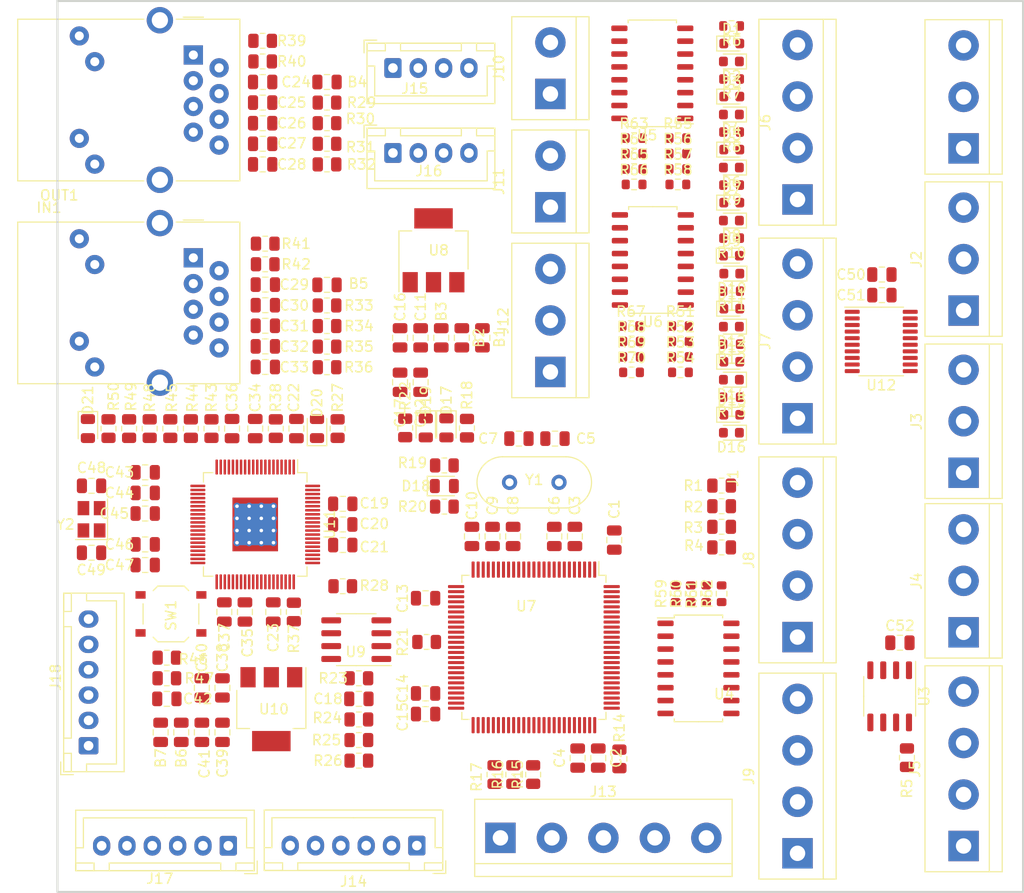
<source format=kicad_pcb>
(kicad_pcb (version 20221018) (generator pcbnew)
  (layers (0 "F.Cu" signal) (31 "B.Cu" signal) (34 "B.Paste" user) (35 "F.Paste" user) (36 "B.SilkS" user "B.Silkscreen") (37 "F.SilkS" user "F.Silkscreen") (38 "B.Mask" user) (39 "F.Mask" user) (44 "Edge.Cuts" user))
  (net 0 "")
  (net 1 "+1V2")
  (net 2 "+3.3V")
  (net 3 "+3.3VA")
  (net 4 "DAC1")
  (net 5 "Net-(D1-K)")
  (net 6 "GND")
  (net 7 "XSCI")
  (net 8 "SPI_SCK")
  (net 9 "SPI_CS")
  (net 10 "SPI_MISO")
  (net 11 "SPI_MOSI")
  (net 12 "I2C_SDA")
  (net 13 "I2C_SCL")
  (net 14 "Net-(U7-VCAP_2)")
  (net 15 "+5V")
  (net 16 "Net-(IN1-Pad9)")
  (net 17 "Net-(OUT1-Pad9)")
  (net 18 "P0_TXOP")
  (net 19 "SWCLK")
  (net 20 "SWDIO")
  (net 21 "RX")
  (net 22 "TX")
  (net 23 "/STM32F4/BOOT1")
  (net 24 "Net-(D17-A)")
  (net 25 "Net-(U7-PH0)")
  (net 26 "Net-(U7-PH1)")
  (net 27 "Net-(U7-VCAP_1)")
  (net 28 "Net-(D1-A)")
  (net 29 "Net-(IN1-RCT)")
  (net 30 "Net-(OUT1-RCT)")
  (net 37 "Net-(D3-K)")
  (net 38 "Net-(D3-A)")
  (net 39 "SYNC0")
  (net 40 "SYNC1")
  (net 41 "P1_TXOP")
  (net 42 "STEP1_DIR")
  (net 43 "STEP1_STEP")
  (net 44 "STEP2_DIR")
  (net 45 "STEP2_STEP")
  (net 46 "IO1")
  (net 47 "IO2")
  (net 48 "IO3")
  (net 49 "IO4")
  (net 50 "IO5")
  (net 51 "IO6")
  (net 52 "IO7")
  (net 53 "IO8")
  (net 54 "IO9")
  (net 55 "IO10")
  (net 56 "IO11")
  (net 57 "IO12")
  (net 58 "P0_TXON")
  (net 59 "P1_TXON")
  (net 60 "P0_RXIP")
  (net 61 "P1_RXIP")
  (net 62 "P0_RXIN")
  (net 63 "P1_RXIN")
  (net 64 "RESET_MCU")
  (net 65 "EEP_DONE")
  (net 66 "Net-(D5-K)")
  (net 67 "Net-(D5-A)")
  (net 68 "Net-(D7-K)")
  (net 69 "Net-(D7-A)")
  (net 70 "Net-(D15-K)")
  (net 71 "Net-(D15-A)")
  (net 72 "Net-(D18-A)")
  (net 73 "Net-(D19-A)")
  (net 74 "XSCO")
  (net 75 "Net-(D20-A)")
  (net 76 "RSTO")
  (net 77 "P0_ACT")
  (net 78 "P1_ACT")
  (net 79 "PDI_EMU")
  (net 80 "LED_RUN")
  (net 81 "LED_ERR")
  (net 82 "SINT")
  (net 83 "Net-(D21-K)")
  (net 84 "Net-(J5-Pin_2)")
  (net 85 "Net-(J5-Pin_3)")
  (net 86 "Net-(J8-Pin_1)")
  (net 87 "Net-(J8-Pin_2)")
  (net 88 "Net-(J8-Pin_3)")
  (net 89 "Net-(J8-Pin_4)")
  (net 90 "Net-(J9-Pin_1)")
  (net 91 "Net-(J9-Pin_2)")
  (net 92 "Net-(J9-Pin_3)")
  (net 93 "Net-(J9-Pin_4)")
  (net 94 "Net-(R6-Pad2)")
  (net 95 "Net-(R7-Pad2)")
  (net 96 "Net-(R8-Pad2)")
  (net 97 "Net-(R9-Pad2)")
  (net 98 "Net-(R10-Pad2)")
  (net 99 "Net-(R11-Pad2)")
  (net 100 "Net-(R12-Pad2)")
  (net 101 "Net-(R13-Pad2)")
  (net 102 "Net-(U7-BOOT0)")
  (net 103 "A1V2")
  (net 104 "Net-(U11-I2C_SCL)")
  (net 105 "Net-(U9-WP)")
  (net 106 "Net-(U11-TEST)")
  (net 107 "Net-(U11-SPI_MISO)")
  (net 108 "Net-(U11-P1_SD)")
  (net 109 "Net-(U11-RESET_BG)")
  (net 110 "Net-(U11-P0_SD)")
  (net 111 "SCS_FUNC")
  (net 112 "RST_MCU")
  (net 128 "Net-(D10-K)")
  (net 146 "Net-(D10-A)")
  (net 147 "Net-(D11-K)")
  (net 148 "Net-(D11-A)")
  (net 151 "Net-(D13-K)")
  (net 152 "Net-(D13-A)")
  (net 161 "ENC_A")
  (net 162 "ENC_B")
  (net 163 "ENC_Z")
  (net 164 "STEP1_DIR_OUT")
  (net 165 "STEP1_STEP_OUT")
  (net 166 "STEP2_DIR_OUT")
  (net 167 "STEP2_STEP_OUT")
  (net 168 "-24V_FIELD")
  (net 169 "+24V_FIELD")
  (net 170 "STEP3_DIR_OUT")
  (net 171 "STEP3_STEP_OUT")
  (net 172 "STEP4_DIR_OUT")
  (net 173 "STEP4_STEP_OUT")
  (net 176 "STEP3_STEP")
  (net 193 "STEP3_DIR")
  (net 194 "THCAD_CTR")
  (net 207 "STEP4_DIR")
  (net 208 "STEP4_STEP")
  (net 212 "Net-(R51-Pad1)")
  (net 213 "Net-(R52-Pad1)")
  (net 214 "Net-(R53-Pad1)")
  (net 215 "Net-(R54-Pad1)")
  (net 216 "Net-(R55-Pad1)")
  (net 217 "Net-(R56-Pad1)")
  (net 218 "Net-(R57-Pad1)")
  (net 219 "Net-(R58-Pad1)")
  (net 220 "Net-(R59-Pad1)")
  (net 221 "Net-(R60-Pad1)")
  (net 222 "Net-(R61-Pad1)")
  (net 223 "Net-(R62-Pad1)")
  (footprint "TerminalBlock:TerminalBlock_bornier-3_P5.08mm" (layer "F.Cu") (at 175.514 63.5 90)
    (fp_text reference "J1")
    (fp_text value "Step1")
  )
  (footprint "Resistor_SMD:R_0603_1608Metric" (layer "F.Cu") (at 152.6225 77.5852 180)
    (fp_text reference "R11")
    (fp_text value "1k")
  )
  (footprint "HakansLibrary:LQFP-80-1EP_10x10mm_P0.4mm_EP5.3x4.5mm_ThermalVias" (layer "F.Cu") (at 105.618 100.605 -90)
    (fp_text reference "U11")
    (fp_text value "AX58100")
  )
  (footprint "Capacitor_SMD:C_0805_2012Metric" (layer "F.Cu") (at 128.036 82.19 -90)
    (fp_text reference "B1")
    (fp_text value "BLM18EG221SN1D")
  )
  (footprint "Resistor_SMD:R_0805_2012Metric" (layer "F.Cu") (at 151.638 102.87 180)
    (fp_text reference "R4")
    (fp_text value "4.7k")
  )
  (footprint "Resistor_SMD:R_0603_1608Metric" (layer "F.Cu") (at 152.6225 67.1195 180)
    (fp_text reference "R9")
    (fp_text value "1k")
  )
  (footprint "Package_QFP:LQFP-100_14x14mm_P0.5mm" (layer "F.Cu") (at 133.116 112.736 -90)
    (fp_text reference "U7")
    (fp_text value "STM32F407VGT6")
  )
  (footprint "Package_SO:SOIC-8_3.9x4.9mm_P1.27mm" (layer "F.Cu") (at 115.59 111.974 180)
    (fp_text reference "U9")
    (fp_text value "24LC32A")
  )
  (footprint "Resistor_SMD:R_0603_1608Metric" (layer "F.Cu") (at 152.6225 82.8181 180)
    (fp_text reference "R12")
    (fp_text value "1k")
  )
  (footprint "Resistor_SMD:R_0805_2012Metric" (layer "F.Cu") (at 107.65 91.146 -90)
    (fp_text reference "R38")
    (fp_text value "22")
  )
  (footprint "Capacitor_SMD:C_0805_2012Metric" (layer "F.Cu") (at 106.6138 81.0036)
    (fp_text reference "C31")
    (fp_text value "10pF")
  )
  (footprint "Connector_JST:JST_XH_B6B-XH-A_1x06_P2.50mm_Vertical" (layer "F.Cu") (at 89.174 122.442 90)
    (fp_text reference "J18")
    (fp_text value "Out_opt")
  )
  (footprint "Connector_JST:JST_XH_B6B-XH-A_1x06_P2.50mm_Vertical" (layer "F.Cu") (at 102.964 132.311 180)
    (fp_text reference "J17")
    (fp_text value "In_opt1")
  )
  (footprint "Resistor_SMD:R_0805_2012Metric" (layer "F.Cu") (at 133.0395 125.2855 -90)
    (fp_text reference "R15")
    (fp_text value "1k")
  )
  (footprint "Resistor_SMD:R_0603_1608Metric" (layer "F.Cu") (at 152.6225 88.051 180)
    (fp_text reference "R13")
    (fp_text value "1k")
  )
  (footprint "Resistor_SMD:R_0805_2012Metric" (layer "F.Cu") (at 122.5315 112.202)
    (fp_text reference "R21")
    (fp_text value "22")
  )
  (footprint "Capacitor_SMD:C_0805_2012Metric" (layer "F.Cu") (at 137.16 101.788 90)
    (fp_text reference "C3")
    (fp_text value "0.1uF")
  )
  (footprint "Crystal:Crystal_HC49-U_Vertical" (layer "F.Cu") (at 130.712 96.454)
    (fp_text reference "Y1")
    (fp_text value "8 MHz")
  )
  (footprint "Resistor_SMD:R_0805_2012Metric" (layer "F.Cu") (at 115.844 123.912 180)
    (fp_text reference "R26")
    (fp_text value "4.7k")
  )
  (footprint "LED_SMD:LED_0805_2012Metric" (layer "F.Cu") (at 89.108 91.146 -90)
    (fp_text reference "D21")
    (fp_text value "Green led")
  )
  (footprint "Capacitor_SMD:C_0805_2012Metric" (layer "F.Cu") (at 106.6138 83.0356)
    (fp_text reference "C32")
    (fp_text value "10pF")
  )
  (footprint "Capacitor_SMD:C_0805_2012Metric" (layer "F.Cu") (at 139.466 123.658 -90)
    (fp_text reference "C2")
    (fp_text value "0.1uF")
  )
  (footprint "Resistor_SMD:R_0805_2012Metric" (layer "F.Cu") (at 106.35 54.9178)
    (fp_text reference "R40")
    (fp_text value "510")
  )
  (footprint "TerminalBlock:TerminalBlock_bornier-3_P5.08mm" (layer "F.Cu") (at 134.744 85.558 90)
    (fp_text reference "J12")
    (fp_text value "DAC")
  )
  (footprint "Resistor_SMD:R_0805_2012Metric" (layer "F.Cu") (at 99.268 91.146 90)
    (fp_text reference "R44")
    (fp_text value "4.7k")
  )
  (footprint "Capacitor_SMD:C_0805_2012Metric" (layer "F.Cu") (at 141.045 102.148 90)
    (fp_text reference "C1")
    (fp_text value "0.1uF")
  )
  (footprint "LED_SMD:LED_0603_1608Metric" (layer "F.Cu") (at 152.6025 91.5529 180)
    (fp_text reference "D16")
    (fp_text value "Red led")
  )
  (footprint "Resistor_SMD:R_0603_1608Metric" (layer "F.Cu") (at 147.32 67.056)
    (fp_text reference "R58")
    (fp_text value "1k")
  )
  (footprint "Capacitor_SMD:C_0805_2012Metric" (layer "F.Cu") (at 106.35 61.0138)
    (fp_text reference "C26")
    (fp_text value "10pF")
  )
  (footprint "Capacitor_SMD:C_0805_2012Metric" (layer "F.Cu") (at 121.94 86.574 90)
    (fp_text reference "C12")
    (fp_text value "10uF")
  )
  (footprint "LED_SMD:LED_0603_1608Metric" (layer "F.Cu") (at 152.6425 89.7819)
    (fp_text reference "D15")
    (fp_text value "Yellow led")
  )
  (footprint "Resistor_SMD:R_0603_1608Metric" (layer "F.Cu") (at 147.32 65.532)
    (fp_text reference "R57")
    (fp_text value "1k")
  )
  (footprint "Resistor_SMD:R_0805_2012Metric" (layer "F.Cu") (at 93.172 91.146 -90)
    (fp_text reference "R49")
    (fp_text value "510")
  )
  (footprint "Capacitor_SMD:C_0805_2012Metric" (layer "F.Cu") (at 122.428 119.314 180)
    (fp_text reference "C15")
    (fp_text value "0.1uF")
  )
  (footprint "LED_SMD:LED_0603_1608Metric" (layer "F.Cu") (at 152.6425 84.549)
    (fp_text reference "D13")
    (fp_text value "Yellow led")
  )
  (footprint "Resistor_SMD:R_0603_1608Metric" (layer "F.Cu") (at 142.685 81.026)
    (fp_text reference "R67")
    (fp_text value "39k")
  )
  (footprint "Capacitor_SMD:C_0805_2012Metric" (layer "F.Cu") (at 122.428 107.884 180)
    (fp_text reference "C13")
    (fp_text value "0.1uF")
  )
  (footprint "Resistor_SMD:R_0603_1608Metric" (layer "F.Cu") (at 152.6225 61.8866 180)
    (fp_text reference "R8")
    (fp_text value "1k")
  )
  (footprint "Capacitor_SMD:C_0805_2012Metric" (layer "F.Cu") (at 106.35 63.0458)
    (fp_text reference "C27")
    (fp_text value "10pF")
  )
  (footprint "LED_SMD:LED_0603_1608Metric" (layer "F.Cu") (at 152.6425 75.8543 180)
    (fp_text reference "D10")
    (fp_text value "Red led")
  )
  (footprint "Capacitor_SMD:C_0805_2012Metric" (layer "F.Cu") (at 107.396 109.241 -90)
    (fp_text reference "C23")
    (fp_text value "0.1uF")
  )
  (footprint "Capacitor_SMD:C_0805_2012Metric" (layer "F.Cu") (at 122.428 117.282)
    (fp_text reference "C14")
    (fp_text value "2.2uF")
  )
  (footprint "LED_SMD:LED_0805_2012Metric" (layer "F.Cu") (at 124.48 91.08 -90)
    (fp_text reference "D17")
    (fp_text value "Blue led")
  )
  (footprint "LED_SMD:LED_0603_1608Metric" (layer "F.Cu") (at 152.6425 68.8504)
    (fp_text reference "D7")
    (fp_text value "Yellow led")
  )
  (footprint "LED_SMD:LED_0603_1608Metric" (layer "F.Cu") (at 152.6425 63.6176)
    (fp_text reference "D5")
    (fp_text value "Yellow led")
  )
  (footprint "Resistor_SMD:R_0805_2012Metric" (layer "F.Cu") (at 106.604 72.901)
    (fp_text reference "R41")
    (fp_text value "510")
  )
  (footprint "Capacitor_SMD:C_0805_2012Metric" (layer "F.Cu") (at 129.032 101.788 90)
    (fp_text reference "C9")
    (fp_text value "0.1uF")
  )
  (footprint "LED_SMD:LED_0603_1608Metric" (layer "F.Cu") (at 152.6025 86.32 180)
    (fp_text reference "D14")
    (fp_text value "Red led")
  )
  (footprint "Resistor_SMD:R_0805_2012Metric" (layer "F.Cu") (at 112.7 61.0138)
    (fp_text reference "R30")
    (fp_text value "49.9")
  )
  (footprint "Resistor_SMD:R_0805_2012Metric" (layer "F.Cu") (at 114.254 106.701 180)
    (fp_text reference "R28")
    (fp_text value "4.7k")
  )
  (footprint "Resistor_SMD:R_0603_1608Metric" (layer "F.Cu") (at 147.32 64.008)
    (fp_text reference "R56")
    (fp_text value "1k")
  )
  (footprint "Capacitor_SMD:C_0805_2012Metric" (layer "F.Cu") (at 106.6138 76.9396 180)
    (fp_text reference "C29")
    (fp_text value "0.1uF")
  )
  (footprint "Resistor_SMD:R_0603_1608Metric" (layer "F.Cu") (at 152.6225 51.4209 180)
    (fp_text reference "R6")
    (fp_text value "1k")
  )
  (footprint "Capacitor_SMD:C_0805_2012Metric" (layer "F.Cu") (at 89.466 96.795)
    (fp_text reference "C48")
    (fp_text value "18pF")
  )
  (footprint "Crystal:Crystal_SMD_SeikoEpson_TSX3225-4Pin_3.2x2.5mm" (layer "F.Cu") (at 89.466 100.097 90)
    (fp_text reference "Y2")
    (fp_text value "NXK25.000AE12F-KAB6-12")
  )
  (footprint "Resistor_SMD:R_0805_2012Metric" (layer "F.Cu") (at 96.8975 115.784)
    (fp_text reference "R47")
    (fp_text value "4.7k")
  )
  (footprint "Resistor_SMD:R_0603_1608Metric" (layer "F.Cu") (at 152.6225 56.6537 180)
    (fp_text reference "R7")
    (fp_text value "1k")
  )
  (footprint "Resistor_SMD:R_0805_2012Metric" (layer "F.Cu") (at 141.553 123.738 -90)
    (fp_text reference "R14")
    (fp_text value "510")
  )
  (footprint "TerminalBlock:TerminalBlock_bornier-3_P5.08mm" (layer "F.Cu") (at 175.514 95.504 90)
    (fp_text reference "J3")
    (fp_text value "Step3")
  )
  (footprint "Package_SO:SO-8_3.9x4.9mm_P1.27mm" (layer "F.Cu") (at 168.22 117.567 -90)
    (fp_text reference "U3")
    (fp_text value "MAX3485CSA/ESA")
  )
  (footprint "Resistor_SMD:R_0805_2012Metric" (layer "F.Cu") (at 126.512 91.105 90)
    (fp_text reference "R18")
    (fp_text value "1k")
  )
  (footprint "Connector_JST:JST_XH_B6B-XH-A_1x06_P2.50mm_Vertical" (layer "F.Cu") (at 121.566 132.294 180)
    (fp_text reference "J14")
    (fp_text value "In_opt2")
  )
  (footprint "Capacitor_SMD:C_0805_2012Metric" (layer "F.Cu") (at 137.434 123.658 90)
    (fp_text reference "C4")
    (fp_text value "2.2uF")
  )
  (footprint "TerminalBlock:TerminalBlock_bornier-4_P5.08mm" (layer "F.Cu") (at 159.128 133.056 90)
    (fp_text reference "J9")
    (fp_text value "Output3-4")
  )
  (footprint "Capacitor_SMD:C_0805_2012Metric" (layer "F.Cu") (at 103.332 91.146 90)
    (fp_text reference "C36")
    (fp_text value "0.1uF")
  )
  (footprint "Capacitor_SMD:C_0805_2012Metric" (layer "F.Cu") (at 106.6138 85.0676)
    (fp_text reference "C33")
    (fp_text value "10pF")
  )
  (footprint "Capacitor_SMD:C_0805_2012Metric" (layer "F.Cu") (at 109.682 91.146 90)
    (fp_text reference "C22")
    (fp_text value "0.1uF")
  )
  (footprint "Resistor_SMD:R_0805_2012Metric" (layer "F.Cu") (at 95.204 91.146 90)
    (fp_text reference "R48")
    (fp_text value "4.7k")
  )
  (footprint "TerminalBlock:TerminalBlock_bornier-2_P5.08mm" (layer "F.Cu") (at 134.744 58.126 90)
    (fp_text reference "J10")
    (fp_text value "5V Power IN")
  )
  (footprint "Capacitor_SMD:C_0805_2012Metric" (layer "F.Cu") (at 131.064 101.788 90)
    (fp_text reference "C8")
    (fp_text value "0.1uF")
  )
  (footprint "LED_SMD:LED_0603_1608Metric" (layer "F.Cu") (at 152.6025 60.1557 180)
    (fp_text reference "D4")
    (fp_text value "Red led")
  )
  (footprint "HakansLibrary:PulseJack JB0011D01BNL" (layer "F.Cu") (at 99.512 74.298 90)
    (fp_text reference "IN1")
    (fp_text value "J0011D01BNL")
  )
  (footprint "Connector_JST:JST_XH_B4B-XH-A_1x04_P2.50mm_Vertical" (layer "F.Cu") (at 119.206 55.569)
    (fp_text reference "J15")
    (fp_text value "STLINK")
  )
  (footprint "Capacitor_SMD:C_0805_2012Metric" (layer "F.Cu") (at 104.602 109.241 -90)
    (fp_text reference "C35")
    (fp_text value "0.1uF")
  )
  (footprint "Capacitor_SMD:C_0805_2012Metric" (layer "F.Cu") (at 131.638 92.136 180)
    (fp_text reference "C7")
    (fp_text value "22pF")
  )
  (footprint "Capacitor_SMD:C_0805_2012Metric" (layer "F.Cu") (at 98.318 121.118 90)
    (fp_text reference "B6")
    (fp_text value "BLM18EG221SN1D")
  )
  (footprint "Capacitor_SMD:C_0805_2012Metric" (layer "F.Cu") (at 112.7 56.9498 180)
    (fp_text reference "B4")
    (fp_text value "BLM18EG221S")
  )
  (footprint "Resistor_SMD:R_0805_2012Metric" (layer "F.Cu") (at 115.844 119.848 180)
    (fp_text reference "R24")
    (fp_text value "4.7k")
  )
  (footprint "Capacitor_SMD:C_0805_2012Metric" (layer "F.Cu") (at 135.194 92.136)
    (fp_text reference "C5")
    (fp_text value "22pF")
  )
  (footprint "Resistor_SMD:R_0805_2012Metric" (layer "F.Cu") (at 109.428 109.241 -90)
    (fp_text reference "R37")
    (fp_text value "22")
  )
  (footprint "Capacitor_SMD:C_0805_2012Metric" (layer "F.Cu") (at 94.762 95.464 180)
    (fp_text reference "C43")
    (fp_text value "0.1uF")
  )
  (footprint "Resistor_SMD:R_0603_1608Metric" (layer "F.Cu") (at 142.748 85.598)
    (fp_text reference "R70")
    (fp_text value "39k")
  )
  (footprint "LED_SMD:LED_0603_1608Metric" (layer "F.Cu") (at 152.6425 58.3847)
    (fp_text reference "D3")
    (fp_text value "Yellow led")
  )
  (footprint "TerminalBlock:TerminalBlock_bornier-2_P5.08mm" (layer "F.Cu") (at 134.744 69.302 90)
    (fp_text reference "J11")
    (fp_text value "24V Field")
  )
  (footprint "Capacitor_SMD:C_0805_2012Metric" (layer "F.Cu") (at 112.7 76.965 180)
    (fp_text reference "B5")
    (fp_text value "BLM18EG221S")
  )
  (footprint "TerminalBlock:TerminalBlock_bornier-4_P5.08mm" (layer "F.Cu") (at 159.128 68.54 90)
    (fp_text reference "J6")
    (fp_text value "In1-4")
  )
  (footprint "Resistor_SMD:R_0805_2012Metric" (layer "F.Cu") (at 112.7 65.0778)
    (fp_text reference "R32")
    (fp_text value "49.9")
  )
  (footprint "Capacitor_SMD:C_0805_2012Metric" (layer "F.Cu") (at 94.762 102.576 180)
    (fp_text reference "C46")
    (fp_text value "0.1uF")
  )
  (footprint "TerminalBlock:TerminalBlock_bornier-5_P5.08mm" (layer "F.Cu") (at 129.814 131.532)
    (fp_text reference "J13")
    (fp_text value "Encoder")
  )
  (footprint "Resistor_SMD:R_0805_2012Metric" (layer "F.Cu") (at 106.35 52.8858)
    (fp_text reference "R39")
    (fp_text value "510")
  )
  (footprint "Capacitor_SMD:C_0805_2012Metric" (layer "F.Cu") (at 100.35 116.734 -90)
    (fp_text reference "C40")
    (fp_text value "0.1uF")
  )
  (footprint "Resistor_SMD:R_0805_2012Metric" (layer "F.Cu") (at 112.7 83.061)
    (fp_text reference "R35")
    (fp_text value "49.9")
  )
  (footprint "Capacitor_SMD:C_0805_2012Metric" (layer "F.Cu") (at 114.254 100.605)
    (fp_text reference "C20")
    (fp_text value "0.1uF")
  )
  (footprint "Capacitor_SMD:C_0805_2012Metric" (layer "F.Cu") (at 127 101.788 90)
    (fp_text reference "C10")
    (fp_text value "0.1uF")
  )
  (footprint "Capacitor_SMD:C_0805_2012Metric" (layer "F.Cu") (at 89.466 103.399 180)
    (fp_text reference "C49")
    (fp_text value "18pF")
  )
  (footprint "Package_TO_SOT_SMD:SOT-223-3_TabPin2" (layer "F.Cu") (at 123.21 73.554 90)
    (fp_text reference "U8")
    (fp_text value "AMS1117-3.3")
  )
  (footprint "Capacitor_SMD:C_0805_2012Metric" (layer "F.Cu") (at 126.004 82.19 -90)
    (fp_text reference "B2")
    (fp_text value "BLM18EG221SN1D")
  )
  (footprint "Resistor_SMD:R_0805_2012Metric" (layer "F.Cu") (at 101.3 91.146 -90)
    (fp_text reference "R43")
    (fp_text value "4.7k")
  )
  (footprint "Capacitor_SMD:C_0805_2012Metric" (layer "F.Cu") (at 106.35 56.9498 180)
    (fp_text reference "C24")
    (fp_text value "0.1uF")
  )
  (footprint "Capacitor_SMD:C_0805_2012Metric" (layer "F.Cu") (at 114.254 102.637)
    (fp_text reference "C21")
    (fp_text value "0.1uF")
  )
  (footprint "Resistor_SMD:R_0603_1608Metric" (layer "F.Cu") (at 142.748 82.55)
    (fp_text reference "R68")
    (fp_text value "39k")
  )
  (footprint "Capacitor_SMD:C_0805_2012Metric" (layer "F.Cu") (at 169.23 112.278)
    (fp_text reference "C52")
    (fp_text value "0.1uF")
  )
  (footprint "TerminalBlock:TerminalBlock_bornier-3_P5.08mm" (layer "F.Cu") (at 175.514 79.502 90)
    (fp_text reference "J2")
    (fp_text value "Step2")
  )
  (footprint "Connector_JST:JST_XH_B4B-XH-A_1x04_P2.50mm_Vertical" (layer "F.Cu") (at 119.206 63.951)
    (fp_text reference "J16")
    (fp_text value "Serial usart1")
  )
  (footprint "Resistor_SMD:R_0805_2012Metric" (layer "F.Cu") (at 129.2295 125.2855 -90)
    (fp_text reference "R17")
    (fp_text value "1k")
  )
  (footprint "Button_Switch_SMD:SW_Push_1P1T_XKB_TS-1187A" (layer "F.Cu") (at 97.302 109.434 180)
    (fp_text reference "SW1")
    (fp_text value "SW PB")
  )
  (footprint "Package_SO:SOIC-16_4.55x10.3mm_P1.27mm" (layer "F.Cu") (at 149.352 114.808)
    (fp_text reference "U4")
    (fp_text value "TLP292-4")
  )
  (footprint "Resistor_SMD:R_0805_2012Metric" (layer "F.Cu") (at 124.281 98.846)
    (fp_text reference "R20")
    (fp_text value "510")
  )
  (footprint "Resistor_SMD:R_0603_1608Metric" (layer "F.Cu") (at 147.574 82.55)
    (fp_text reference "R52")
    (fp_text value "1k")
  )
  (footprint "Resistor_SMD:R_0603_1608Metric" (layer "F.Cu") (at 147.32 62.484)
    (fp_text reference "R55")
    (fp_text value "1k")
  )
  (footprint "Capacitor_SMD:C_0805_2012Metric" (layer "F.Cu") (at 96.8975 117.816 180)
    (fp_text reference "C42")
    (fp_text value "1uF")
  )
  (footprint "Resistor_SMD:R_0603_1608Metric" (layer "F.Cu") (at 147.574 81.026)
    (fp_text reference "R51")
    (fp_text value "1k")
  )
  (footprint "Capacitor_SMD:C_0805_2012Metric" (layer "F.Cu") (at 167.452 77.978)
    (fp_text reference "C51")
    (fp_text value "0.1uF")
  )
  (footprint "Capacitor_SMD:C_0805_2012Metric" (layer "F.Cu") (at 106.6138 78.9716)
    (fp_text reference "C30")
    (fp_text value "10pF")
  )
  (footprint "LED_SMD:LED_0805_2012Metric" (layer "F.Cu") (at 124.281 96.814)
    (fp_text reference "D18")
    (fp_text value "Red led")
  )
  (footprint "Capacitor_SMD:C_0805_2012Metric" (layer "F.Cu") (at 119.908 86.574 90)
    (fp_text reference "C17")
    (fp_text value "0.1uF")
  )
  (footprint "TerminalBlock:TerminalBlock_bornier-3_P5.08mm" (layer "F.Cu") (at 175.514 111.252 90)
    (fp_text reference "J4")
    (fp_text value "Step4")
  )
  (footprint "TerminalBlock:TerminalBlock_bornier-4_P5.08mm" (layer "F.Cu") (at 159.128 111.72 90)
    (fp_text reference "J8")
    (fp_text value "Output1-2")
  )
  (footprint "Resistor_SMD:R_0603_1608Metric" (layer "F.Cu") (at 142.993 64.008)
    (fp_text reference "R64")
    (fp_text value "39k")
  )
  (footprint "Resistor_SMD:R_0603_1608Metric" (layer "F.Cu") (at 150.114 107.442 90)
    (fp_text reference "R61")
    (fp_text value "330")
  )
  (footprint "Resistor_SMD:R_0603_1608Metric" (layer "F.Cu") (at 147.574 84.074)
    (fp_text reference "R53")
    (fp_text value "1k")
  )
  (footprint "Resistor_SMD:R_0805_2012Metric" (layer "F.Cu") (at 115.844 121.88 180)
    (fp_text reference "R25")
    (fp_text value "4.7k")
  )
  (footprint "Resistor_SMD:R_0603_1608Metric" (layer "F.Cu") (at 147.574 85.598)
    (fp_text reference "R54")
    (fp_text value "1k")
  )
  (footprint "LED_SMD:LED_0603_1608Metric" (layer "F.Cu") (at 152.6425 53.1518)
    (fp_text reference "D1")
    (fp_text value "Yellow led")
  )
  (footprint "Capacitor_SMD:C_0805_2012Metric" (layer "F.Cu") (at 121.94 82.19 -90)
    (fp_text reference "C11")
    (fp_text value "0.1uF")
  )
  (footprint "Capacitor_SMD:C_0805_2012Metric" (layer "F.Cu") (at 94.762 104.608 180)
    (fp_text reference "C47")
    (fp_text value "0.1uF")
  )
  (footprint "LED_SMD:LED_0603_1608Metric" (layer "F.Cu") (at 152.6025 70.6214 180)
    (fp_text reference "D8")
    (fp_text value "Red led")
  )
  (footprint "Capacitor_SMD:C_0805_2012Metric" (layer "F.Cu") (at 114.254 98.573)
    (fp_text reference "C19")
    (fp_text value "0.1uF")
  )
  (footprint "Capacitor_SMD:C_0805_2012Metric" (layer "F.Cu") (at 106.35 58.9818 180)
    (fp_text reference "C25")
    (fp_text value "10pF")
  )
  (footprint "LED_SMD:LED_0805_2012Metric" (layer "F.Cu") (at 111.714 91.146 90)
    (fp_text reference "D20")
    (fp_text value "Green led")
  )
  (footprint "Capacitor_SMD:C_0805_2012Metric" (layer "F.Cu") (at 102.382 121.118 90)
    (fp_text reference "C39")
    (fp_text value "10uF")
  )
  (footprint "LED_SMD:LED_0603_1608Metric" (layer "F.Cu") (at 152.6025 65.3885 180)
    (fp_text reference "D6")
    (fp_text value "Red led")
  )
  (footprint "Package_SO:SOIC-16_4.55x10.3mm_P1.27mm" (layer "F.Cu") (at 144.8 56.094 180)
    (fp_text reference "U5")
    (fp_text value "TLP292-4")
  )
  (footprint "LED_SMD:LED_0603_1608Metric" (layer "F.Cu") (at 152.6425 79.3162)
    (fp_text reference "D11")
    (fp_text value "Yellow led")
  )
  (footprint "TerminalBlock:TerminalBlock_bornier-4_P5.08mm" (layer "F.Cu") (at 175.514 132.334 90)
    (fp_text reference "J5")
    (fp_text value "THCAD")
  )
  (footprint "Resistor_SMD:R_0805_2012Metric" (layer "F.Cu") (at 124.281 94.782)
    (fp_text reference "R19")
    (fp_text value "22")
  )
  (footprint "Resistor_SMD:R_0805_2012Metric" (layer "F.Cu") (at 91.14 91.146 -90)
    (fp_text reference "R50")
    (fp_text value "4.7k")
  )
  (footprint "Capacitor_SMD:C_0805_2012Metric" (layer "F.Cu") (at 100.35 121.118 90)
    (fp_text reference "C41")
    (fp_text value "0.1uF")
  )
  (footprint "LED_SMD:LED_0805_2012Metric" (layer "F.Cu") (at 122.448 91.08 -90)
    (fp_text reference "D19")
    (fp_text value "Blue led")
  )
  (footprint "Resistor_SMD:R_0603_1608Metric" (layer "F.Cu") (at 152.6225 72.3524 180)
    (fp_text reference "R10")
    (fp_text value "1k")
  )
  (footprint "Package_TO_SOT_SMD:SOT-223-3_TabPin2" (layer "F.Cu") (at 107.208 118.832 -90)
    (fp_text reference "U10")
    (fp_text value "AMS1117-1.2")
  )
  (footprint "Capacitor_SMD:C_0805_2012Metric" (layer "F.Cu") (at 115.844 117.816)
    (fp_text reference "C18")
    (fp_text value "0.1uF")
  )
  (footprint "Package_SO:SOIC-16_4.55x10.3mm_P1.27mm" (layer "F.Cu") (at 144.852 74.509 180)
    (fp_text reference "U6")
    (fp_text value "TLP292-4")
  )
  (footprint "Resistor_SMD:R_0805_2012Metric" (layer "F.Cu") (at 112.7 63.0458)
    (fp_text reference "R31")
    (fp_text value "49.9")
  )
  (footprint "Resistor_SMD:R_0805_2012Metric" (layer "F.Cu") (at 112.7 85.093)
    (fp_text reference "R36")
    (fp_text value "49.9")
  )
  (footprint "Capacitor_SMD:C_0805_2012Metric" (layer "F.Cu") (at 167.452 75.946)
    (fp_text reference "C50")
    (fp_text value "0.1uF")
  )
  (footprint "Resistor_SMD:R_0603_1608Metric" (layer "F.Cu") (at 143.002 62.484)
    (fp_text reference "R63")
    (fp_text value "39k")
  )
  (footprint "Resistor_SMD:R_0805_2012Metric" (layer "F.Cu") (at 112.7 78.997)
    (fp_text reference "R33")
    (fp_text value "49.9")
  )
  (footprint "LED_SMD:LED_0603_1608Metric" (layer "F.Cu") (at 152.6025 81.0871 180)
    (fp_text reference "D12")
    (fp_text value "Red led")
  )
  (footprint "Capacitor_SMD:C_0805_2012Metric" (layer "F.Cu") (at 135.128 101.788 90)
    (fp_text reference "C6")
    (fp_text value "0.1uF")
  )
  (footprint "Resistor_SMD:R_0805_2012Metric" (layer "F.Cu") (at 113.746 91.146 -90)
    (fp_text reference "R27")
    (fp_text value "4.7k")
  )
  (footprint "Resistor_SMD:R_0805_2012Metric" (layer "F.Cu") (at 115.844 115.784)
    (fp_text reference "R23")
    (fp_text value "22")
  )
  (footprint "Resistor_SMD:R_0805_2012Metric" (layer "F.Cu") (at 106.604 74.933)
    (fp_text reference "R42")
    (fp_text value "510")
  )
  (footprint "Resistor_SMD:R_0603_1608Metric" (layer "F.Cu") (at 142.748 84.074)
    (fp_text reference "R69")
    (fp_text value "39k")
  )
  (footprint "Resistor_SMD:R_0805_2012Metric" (layer "F.Cu") (at 169.926 123.618 90)
    (fp_text reference "R5")
    (fp_text value "120")
  )
  (footprint "Capacitor_SMD:C_0805_2012Metric" (layer "F.Cu") (at 94.762 99.528 180)
    (fp_text reference "C45")
    (fp_text value "0.1uF")
  )
  (footprint "HakansLibrary:PulseJack JB0011D01BNL" (layer "F.Cu") (at 99.512 54.2828 90)
    (fp_text reference "OUT1")
    (fp_text value "J0011D01BNL")
  )
  (footprint "Capacitor_SMD:C_0805_2012Metric" (layer "F.Cu") (at 106.35 65.0778)
    (fp_text reference "C28")
    (fp_text value "10pF")
  )
  (footprint "Capacitor_SMD:C_0805_2012Metric" (layer "F.Cu") (at 119.908 82.19 -90)
    (fp_text reference "C16")
    (fp_text value "10uF")
  )
  (footprint "Resistor_SMD:R_0805_2012Metric" (layer "F.Cu") (at 96.8975 113.752)
    (fp_text reference "R46")
    (fp_text value "4.7k")
  )
  (footprint "LED_SMD:LED_0603_1608Metric" (layer "F.Cu") (at 152.6025 74.0833)
    (fp_text reference "D9")
    (fp_text value "Yellow led")
  )
  (footprint "Capacitor_SMD:C_0805_2012Metric" (layer "F.Cu") (at 96.286 121.118 90)
    (fp_text reference "B7")
    (fp_text value "BLM18EG221SN1D")
  )
  (footprint "Resistor_SMD:R_0603_1608Metric" (layer "F.Cu") (at 143.002 65.532)
    (fp_text reference "R65")
    (fp_text value "39k")
  )
  (footprint "Resistor_SMD:R_0805_2012Metric" (layer "F.Cu") (at 97.236 91.146 90)
    (fp_text reference "R45")
    (fp_text value "12k 1%")
  )
  (footprint "Capacitor_SMD:C_0805_2012Metric" (layer "F.Cu") (at 123.972 82.19 -90)
    (fp_text reference "B3")
    (fp_text value "BLM18EG221SN1D")
  )
  (footprint "Capacitor_SMD:C_0805_2012Metric" (layer "F.Cu") (at 105.618 91.146 90)
    (fp_text reference "C34")
    (fp_text value "0.1uF")
  )
  (footprint "Resistor_SMD:R_0805_2012Metric" (layer "F.Cu") (at 151.638 98.806 180)
    (fp_text reference "R2")
    (fp_text value "4.7k")
  )
  (footprint "Resistor_SMD:R_0805_2012Metric" (layer "F.Cu") (at 131.084 125.2855 -90)
    (fp_text reference "R16")
    (fp_text value "1k")
  )
  (footprint "Capacitor_SMD:C_0805_2012Metric" (layer "F.Cu") (at 102.382 116.734 -90)
    (fp_text reference "C38")
    (fp_text value "10uF")
  )
  (footprint "Resistor_SMD:R_0805_2012Metric" (layer "F.Cu") (at 120.416 91.08 90)
    (fp_text reference "R22")
    (fp_text value "1k")
  )
  (footprint "Capacitor_SMD:C_0805_2012Metric" (layer "F.Cu") (at 94.762 97.496 180)
    (fp_text reference "C44")
    (fp_text value "0.1uF")
  )
  (footprint "Resistor_SMD:R_0805_2012Metric" (layer "F.Cu") (at 112.7 81.029)
    (fp_text reference "R34")
    (fp_text value "49.9")
  )
  (footprint "Resistor_SMD:R_0603_1608Metric" (layer "F.Cu") (at 151.638 107.442 90)
    (fp_text reference "R62")
    (fp_text value "330")
  )
  (footprint "Capacitor_SMD:C_0805_2012Metric" (layer "F.Cu") (at 102.57 109.241 -90)
    (fp_text reference "C37")
    (fp_text value "0.1uF")
  )
  (footprint "LED_SMD:LED_0603_1608Metric" (layer "F.Cu") (at 152.6025 54.9228 180)
    (fp_text reference "D2")
    (fp_text value "Red led")
  )
  (footprint "Package_SO:TSSOP-20_4.4x6.5mm_P0.65mm" (layer "F.Cu") (at 167.386 82.55)
    (fp_text reference "U12")
    (fp_text value "TXS0108EPW")
  )
  (footprint "Resistor_SMD:R_0603_1608Metric" (layer "F.Cu") (at 143.002 67.056)
    (fp_text reference "R66")
    (fp_text value "39k")
  )
  (footprint "TerminalBlock:TerminalBlock_bornier-4_P5.08mm" (layer "F.Cu") (at 159.128 90.13 90)
    (fp_text reference "J7")
    (fp_text value "In5-8")
  )
  (footprint "Resistor_SMD:R_0805_2012Metric" (layer "F.Cu") (at 151.638 96.774 180)
    (fp_text reference "R1")
    (fp_text value "4.7k")
  )
  (footprint "Resistor_SMD:R_0805_2012Metric" (layer "F.Cu") (at 112.7 58.9818)
    (fp_text reference "R29")
    (fp_text value "49.9")
  )
  (footprint "Resistor_SMD:R_0603_1608Metric" (layer "F.Cu") (at 147.096 107.442 90)
    (fp_text reference "R59")
    (fp_text value "330")
  )
  (footprint "Resistor_SMD:R_0805_2012Metric" (layer "F.Cu") (at 151.638 100.838 180)
    (fp_text reference "R3")
    (fp_text value "4.7k")
  )
  (footprint "Resistor_SMD:R_0603_1608Metric" (layer "F.Cu") (at 148.59 107.442 90)
    (fp_text reference "R60")
    (fp_text value "330")
  )
  (gr_rect (start 86.1006 48.9566) (end 181.376 136.866) (stroke (width 0.2)) (fill none) (layer "Edge.Cuts"))
)
</source>
